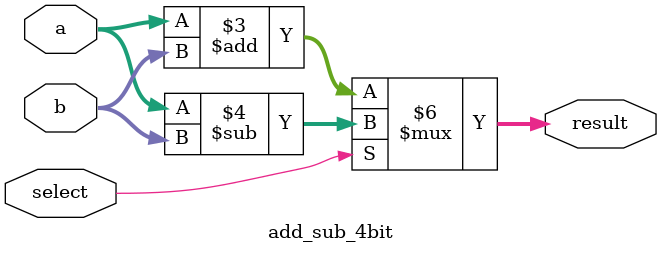
<source format=v>
module add_sub_4bit (
    input [3:0] a, b,
    input select, 
    output reg [3:0] result
);

always @(*) begin
    if (select == 1'b0)
        result = a + b;
    else
        result = a - b;
end

endmodule

</source>
